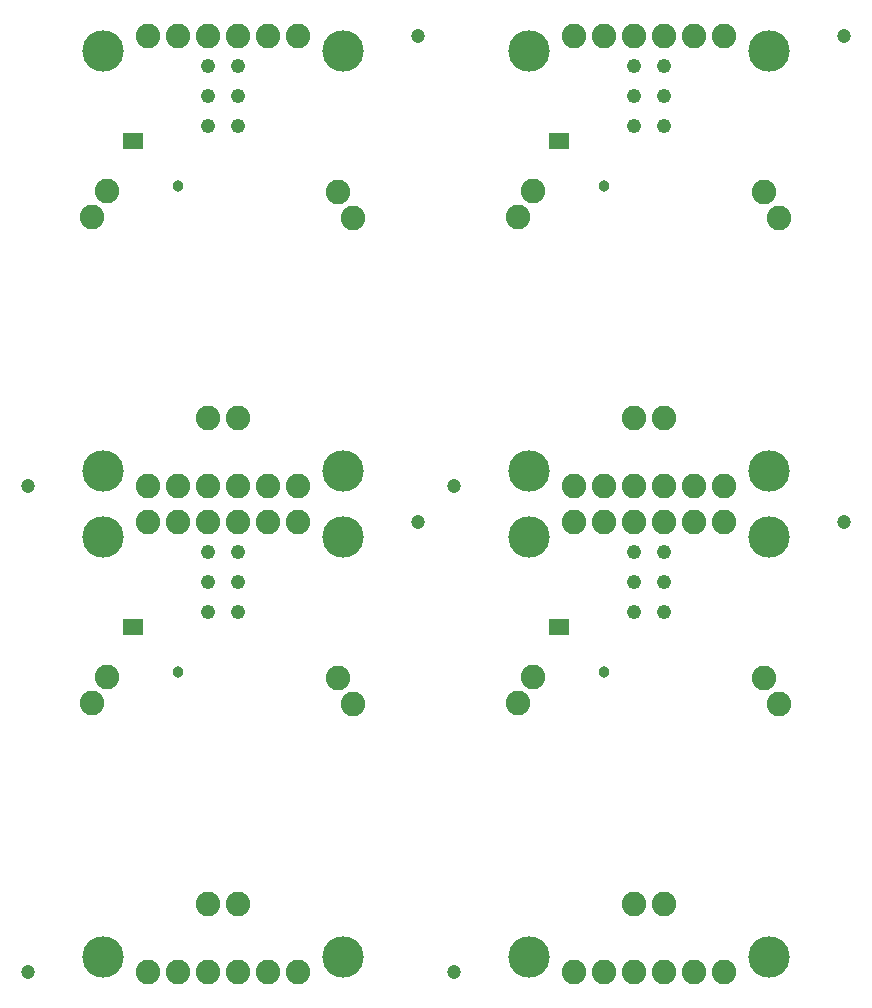
<source format=gbs>
G75*
%MOIN*%
%OFA0B0*%
%FSLAX25Y25*%
%IPPOS*%
%LPD*%
%AMOC8*
5,1,8,0,0,1.08239X$1,22.5*
%
%ADD10C,0.08200*%
%ADD11R,0.03300X0.05800*%
%ADD12C,0.13800*%
%ADD13C,0.04808*%
%ADD14C,0.04737*%
%ADD15C,0.03800*%
D10*
X0087074Y0033750D03*
X0097074Y0033750D03*
X0107074Y0033750D03*
X0117074Y0033750D03*
X0127074Y0033750D03*
X0137074Y0033750D03*
X0117074Y0056250D03*
X0107074Y0056250D03*
X0068574Y0123420D03*
X0073574Y0132080D03*
X0087074Y0183750D03*
X0097074Y0183750D03*
X0107074Y0183750D03*
X0117074Y0183750D03*
X0127074Y0183750D03*
X0137074Y0183750D03*
X0137074Y0195750D03*
X0127074Y0195750D03*
X0117074Y0195750D03*
X0107074Y0195750D03*
X0097074Y0195750D03*
X0087074Y0195750D03*
X0107074Y0218250D03*
X0117074Y0218250D03*
X0155574Y0284919D03*
X0150574Y0293580D03*
X0137074Y0345750D03*
X0127074Y0345750D03*
X0117074Y0345750D03*
X0107074Y0345750D03*
X0097074Y0345750D03*
X0087074Y0345750D03*
X0073574Y0294080D03*
X0068574Y0285419D03*
X0210574Y0285419D03*
X0215574Y0294080D03*
X0229074Y0345750D03*
X0239074Y0345750D03*
X0249074Y0345750D03*
X0259074Y0345750D03*
X0269074Y0345750D03*
X0279074Y0345750D03*
X0292574Y0293580D03*
X0297574Y0284919D03*
X0259074Y0218250D03*
X0249074Y0218250D03*
X0249074Y0195750D03*
X0259074Y0195750D03*
X0269074Y0195750D03*
X0279074Y0195750D03*
X0279074Y0183750D03*
X0269074Y0183750D03*
X0259074Y0183750D03*
X0249074Y0183750D03*
X0239074Y0183750D03*
X0229074Y0183750D03*
X0229074Y0195750D03*
X0239074Y0195750D03*
X0215574Y0132080D03*
X0210574Y0123420D03*
X0155574Y0122920D03*
X0150574Y0131580D03*
X0249074Y0056250D03*
X0259074Y0056250D03*
X0259074Y0033750D03*
X0249074Y0033750D03*
X0239074Y0033750D03*
X0229074Y0033750D03*
X0269074Y0033750D03*
X0279074Y0033750D03*
X0297574Y0122920D03*
X0292574Y0131580D03*
D11*
X0225674Y0148750D03*
X0222474Y0148750D03*
X0083674Y0148750D03*
X0080474Y0148750D03*
X0080474Y0310750D03*
X0083674Y0310750D03*
X0222474Y0310750D03*
X0225674Y0310750D03*
D12*
X0214074Y0340750D03*
X0152074Y0340750D03*
X0072074Y0340750D03*
X0072074Y0200750D03*
X0072074Y0178750D03*
X0152074Y0178750D03*
X0152074Y0200750D03*
X0214074Y0200750D03*
X0214074Y0178750D03*
X0294074Y0178750D03*
X0294074Y0200750D03*
X0294074Y0340750D03*
X0294074Y0038750D03*
X0214074Y0038750D03*
X0152074Y0038750D03*
X0072074Y0038750D03*
D13*
X0107074Y0153750D03*
X0117074Y0153750D03*
X0117074Y0163750D03*
X0107074Y0163750D03*
X0107074Y0173750D03*
X0117074Y0173750D03*
X0249074Y0173750D03*
X0259074Y0173750D03*
X0259074Y0163750D03*
X0249074Y0163750D03*
X0249074Y0153750D03*
X0259074Y0153750D03*
X0259074Y0315750D03*
X0259074Y0325750D03*
X0249074Y0325750D03*
X0249074Y0315750D03*
X0249074Y0335750D03*
X0259074Y0335750D03*
X0117074Y0335750D03*
X0107074Y0335750D03*
X0107074Y0325750D03*
X0117074Y0325750D03*
X0117074Y0315750D03*
X0107074Y0315750D03*
D14*
X0047074Y0033750D03*
X0189074Y0033750D03*
X0177074Y0183750D03*
X0189074Y0195750D03*
X0319074Y0183750D03*
X0319074Y0345750D03*
X0177074Y0345750D03*
X0047074Y0195750D03*
D15*
X0097074Y0133750D03*
X0239074Y0133750D03*
X0239074Y0295750D03*
X0097074Y0295750D03*
M02*

</source>
